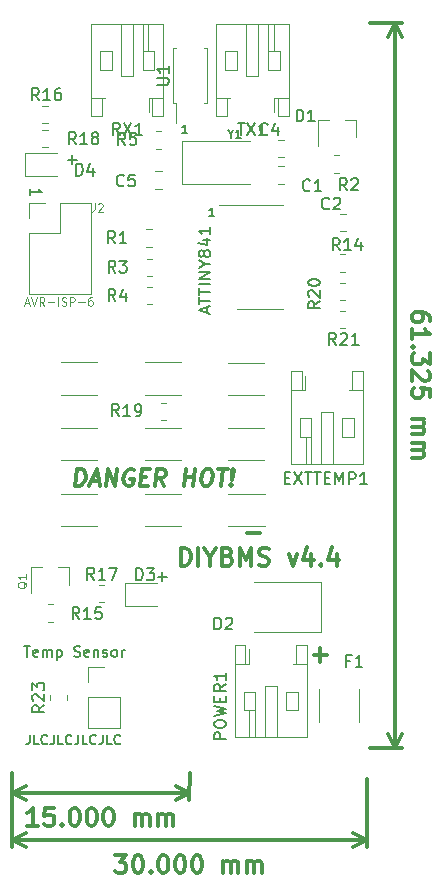
<source format=gbr>
G04 #@! TF.GenerationSoftware,KiCad,Pcbnew,(5.1.5)-3*
G04 #@! TF.CreationDate,2021-03-03T16:36:27+00:00*
G04 #@! TF.ProjectId,ModuleV440,4d6f6475-6c65-4563-9434-302e6b696361,rev?*
G04 #@! TF.SameCoordinates,Original*
G04 #@! TF.FileFunction,Legend,Top*
G04 #@! TF.FilePolarity,Positive*
%FSLAX46Y46*%
G04 Gerber Fmt 4.6, Leading zero omitted, Abs format (unit mm)*
G04 Created by KiCad (PCBNEW (5.1.5)-3) date 2021-03-03 16:36:27*
%MOMM*%
%LPD*%
G04 APERTURE LIST*
%ADD10C,0.150000*%
%ADD11C,0.200000*%
%ADD12C,0.300000*%
%ADD13C,0.175000*%
%ADD14C,0.350000*%
%ADD15C,0.120000*%
%ADD16C,0.100000*%
G04 APERTURE END LIST*
D10*
X103360576Y-108209504D02*
X103360576Y-108780933D01*
X103322480Y-108895219D01*
X103246290Y-108971409D01*
X103132004Y-109009504D01*
X103055814Y-109009504D01*
X104122480Y-109009504D02*
X103741528Y-109009504D01*
X103741528Y-108209504D01*
X104846290Y-108933314D02*
X104808195Y-108971409D01*
X104693909Y-109009504D01*
X104617719Y-109009504D01*
X104503433Y-108971409D01*
X104427242Y-108895219D01*
X104389147Y-108819028D01*
X104351052Y-108666647D01*
X104351052Y-108552361D01*
X104389147Y-108399980D01*
X104427242Y-108323790D01*
X104503433Y-108247600D01*
X104617719Y-108209504D01*
X104693909Y-108209504D01*
X104808195Y-108247600D01*
X104846290Y-108285695D01*
X105417719Y-108209504D02*
X105417719Y-108780933D01*
X105379623Y-108895219D01*
X105303433Y-108971409D01*
X105189147Y-109009504D01*
X105112957Y-109009504D01*
X106179623Y-109009504D02*
X105798671Y-109009504D01*
X105798671Y-108209504D01*
X106903433Y-108933314D02*
X106865338Y-108971409D01*
X106751052Y-109009504D01*
X106674861Y-109009504D01*
X106560576Y-108971409D01*
X106484385Y-108895219D01*
X106446290Y-108819028D01*
X106408195Y-108666647D01*
X106408195Y-108552361D01*
X106446290Y-108399980D01*
X106484385Y-108323790D01*
X106560576Y-108247600D01*
X106674861Y-108209504D01*
X106751052Y-108209504D01*
X106865338Y-108247600D01*
X106903433Y-108285695D01*
X107474861Y-108209504D02*
X107474861Y-108780933D01*
X107436766Y-108895219D01*
X107360576Y-108971409D01*
X107246290Y-109009504D01*
X107170100Y-109009504D01*
X108236766Y-109009504D02*
X107855814Y-109009504D01*
X107855814Y-108209504D01*
X108960576Y-108933314D02*
X108922480Y-108971409D01*
X108808195Y-109009504D01*
X108732004Y-109009504D01*
X108617719Y-108971409D01*
X108541528Y-108895219D01*
X108503433Y-108819028D01*
X108465338Y-108666647D01*
X108465338Y-108552361D01*
X108503433Y-108399980D01*
X108541528Y-108323790D01*
X108617719Y-108247600D01*
X108732004Y-108209504D01*
X108808195Y-108209504D01*
X108922480Y-108247600D01*
X108960576Y-108285695D01*
X109532004Y-108209504D02*
X109532004Y-108780933D01*
X109493909Y-108895219D01*
X109417719Y-108971409D01*
X109303433Y-109009504D01*
X109227242Y-109009504D01*
X110293909Y-109009504D02*
X109912957Y-109009504D01*
X109912957Y-108209504D01*
X111017719Y-108933314D02*
X110979623Y-108971409D01*
X110865338Y-109009504D01*
X110789147Y-109009504D01*
X110674861Y-108971409D01*
X110598671Y-108895219D01*
X110560576Y-108819028D01*
X110522480Y-108666647D01*
X110522480Y-108552361D01*
X110560576Y-108399980D01*
X110598671Y-108323790D01*
X110674861Y-108247600D01*
X110789147Y-108209504D01*
X110865338Y-108209504D01*
X110979623Y-108247600D01*
X111017719Y-108285695D01*
D11*
X114586171Y-94426647D02*
X114586171Y-95188552D01*
X114205219Y-94807600D02*
X114967123Y-94807600D01*
X106946171Y-59126647D02*
X106946171Y-59888552D01*
X106565219Y-59507600D02*
X107327123Y-59507600D01*
D10*
X102875814Y-100694742D02*
X103390100Y-100694742D01*
X103132957Y-101594742D02*
X103132957Y-100694742D01*
X104032957Y-101551885D02*
X103947242Y-101594742D01*
X103775814Y-101594742D01*
X103690100Y-101551885D01*
X103647242Y-101466171D01*
X103647242Y-101123314D01*
X103690100Y-101037600D01*
X103775814Y-100994742D01*
X103947242Y-100994742D01*
X104032957Y-101037600D01*
X104075814Y-101123314D01*
X104075814Y-101209028D01*
X103647242Y-101294742D01*
X104461528Y-101594742D02*
X104461528Y-100994742D01*
X104461528Y-101080457D02*
X104504385Y-101037600D01*
X104590100Y-100994742D01*
X104718671Y-100994742D01*
X104804385Y-101037600D01*
X104847242Y-101123314D01*
X104847242Y-101594742D01*
X104847242Y-101123314D02*
X104890100Y-101037600D01*
X104975814Y-100994742D01*
X105104385Y-100994742D01*
X105190100Y-101037600D01*
X105232957Y-101123314D01*
X105232957Y-101594742D01*
X105661528Y-100994742D02*
X105661528Y-101894742D01*
X105661528Y-101037600D02*
X105747242Y-100994742D01*
X105918671Y-100994742D01*
X106004385Y-101037600D01*
X106047242Y-101080457D01*
X106090100Y-101166171D01*
X106090100Y-101423314D01*
X106047242Y-101509028D01*
X106004385Y-101551885D01*
X105918671Y-101594742D01*
X105747242Y-101594742D01*
X105661528Y-101551885D01*
X107118671Y-101551885D02*
X107247242Y-101594742D01*
X107461528Y-101594742D01*
X107547242Y-101551885D01*
X107590100Y-101509028D01*
X107632957Y-101423314D01*
X107632957Y-101337600D01*
X107590100Y-101251885D01*
X107547242Y-101209028D01*
X107461528Y-101166171D01*
X107290100Y-101123314D01*
X107204385Y-101080457D01*
X107161528Y-101037600D01*
X107118671Y-100951885D01*
X107118671Y-100866171D01*
X107161528Y-100780457D01*
X107204385Y-100737600D01*
X107290100Y-100694742D01*
X107504385Y-100694742D01*
X107632957Y-100737600D01*
X108361528Y-101551885D02*
X108275814Y-101594742D01*
X108104385Y-101594742D01*
X108018671Y-101551885D01*
X107975814Y-101466171D01*
X107975814Y-101123314D01*
X108018671Y-101037600D01*
X108104385Y-100994742D01*
X108275814Y-100994742D01*
X108361528Y-101037600D01*
X108404385Y-101123314D01*
X108404385Y-101209028D01*
X107975814Y-101294742D01*
X108790100Y-100994742D02*
X108790100Y-101594742D01*
X108790100Y-101080457D02*
X108832957Y-101037600D01*
X108918671Y-100994742D01*
X109047242Y-100994742D01*
X109132957Y-101037600D01*
X109175814Y-101123314D01*
X109175814Y-101594742D01*
X109561528Y-101551885D02*
X109647242Y-101594742D01*
X109818671Y-101594742D01*
X109904385Y-101551885D01*
X109947242Y-101466171D01*
X109947242Y-101423314D01*
X109904385Y-101337600D01*
X109818671Y-101294742D01*
X109690100Y-101294742D01*
X109604385Y-101251885D01*
X109561528Y-101166171D01*
X109561528Y-101123314D01*
X109604385Y-101037600D01*
X109690100Y-100994742D01*
X109818671Y-100994742D01*
X109904385Y-101037600D01*
X110461528Y-101594742D02*
X110375814Y-101551885D01*
X110332957Y-101509028D01*
X110290100Y-101423314D01*
X110290100Y-101166171D01*
X110332957Y-101080457D01*
X110375814Y-101037600D01*
X110461528Y-100994742D01*
X110590100Y-100994742D01*
X110675814Y-101037600D01*
X110718671Y-101080457D01*
X110761528Y-101166171D01*
X110761528Y-101423314D01*
X110718671Y-101509028D01*
X110675814Y-101551885D01*
X110590100Y-101594742D01*
X110461528Y-101594742D01*
X111147242Y-101594742D02*
X111147242Y-100994742D01*
X111147242Y-101166171D02*
X111190100Y-101080457D01*
X111232957Y-101037600D01*
X111318671Y-100994742D01*
X111404385Y-100994742D01*
D12*
X104030833Y-115894738D02*
X103173691Y-115893310D01*
X103602262Y-115894024D02*
X103604762Y-114394026D01*
X103461548Y-114608074D01*
X103318453Y-114750692D01*
X103175477Y-114821883D01*
X105390474Y-114397002D02*
X104676189Y-114395812D01*
X104603570Y-115109978D01*
X104675118Y-115038668D01*
X104818094Y-114967478D01*
X105175236Y-114968073D01*
X105317974Y-115039740D01*
X105389284Y-115111287D01*
X105460474Y-115254263D01*
X105459879Y-115611405D01*
X105388212Y-115754143D01*
X105316665Y-115825453D01*
X105173689Y-115896643D01*
X104816546Y-115896048D01*
X104673808Y-115824381D01*
X104602499Y-115752834D01*
X106102497Y-115755334D02*
X106173806Y-115826881D01*
X106102259Y-115898191D01*
X106030949Y-115826643D01*
X106102497Y-115755334D01*
X106102259Y-115898191D01*
X107104757Y-114399860D02*
X107247614Y-114400098D01*
X107390352Y-114471764D01*
X107461662Y-114543312D01*
X107532852Y-114686288D01*
X107603804Y-114972121D01*
X107603209Y-115329263D01*
X107531304Y-115614858D01*
X107459638Y-115757596D01*
X107388090Y-115828905D01*
X107245114Y-115900096D01*
X107102257Y-115899857D01*
X106959520Y-115828191D01*
X106888210Y-115756643D01*
X106817020Y-115613667D01*
X106746067Y-115327834D01*
X106746663Y-114970692D01*
X106818567Y-114685097D01*
X106890234Y-114542359D01*
X106961781Y-114471050D01*
X107104757Y-114399860D01*
X108533327Y-114402240D02*
X108676184Y-114402479D01*
X108818922Y-114474145D01*
X108890231Y-114545693D01*
X108961422Y-114688669D01*
X109032374Y-114974502D01*
X109031779Y-115331644D01*
X108959874Y-115617239D01*
X108888207Y-115759977D01*
X108816660Y-115831286D01*
X108673684Y-115902477D01*
X108530827Y-115902238D01*
X108388089Y-115830572D01*
X108316780Y-115759024D01*
X108245589Y-115616048D01*
X108174637Y-115330215D01*
X108175232Y-114973073D01*
X108247137Y-114687478D01*
X108318803Y-114544740D01*
X108390351Y-114473431D01*
X108533327Y-114402240D01*
X109961896Y-114404621D02*
X110104753Y-114404860D01*
X110247491Y-114476526D01*
X110318801Y-114548074D01*
X110389991Y-114691050D01*
X110460943Y-114976883D01*
X110460348Y-115334025D01*
X110388443Y-115619620D01*
X110316777Y-115762358D01*
X110245229Y-115833667D01*
X110102253Y-115904857D01*
X109959396Y-115904619D01*
X109816658Y-115832953D01*
X109745349Y-115761405D01*
X109674159Y-115618429D01*
X109603206Y-115332596D01*
X109603802Y-114975454D01*
X109675706Y-114689859D01*
X109747373Y-114547121D01*
X109818920Y-114475812D01*
X109961896Y-114404621D01*
X112245107Y-115908429D02*
X112246774Y-114908430D01*
X112246536Y-115051287D02*
X112318084Y-114979978D01*
X112461060Y-114908787D01*
X112675345Y-114909145D01*
X112818083Y-114980811D01*
X112889273Y-115123787D01*
X112887964Y-115909500D01*
X112889273Y-115123787D02*
X112960940Y-114981049D01*
X113103916Y-114909859D01*
X113318201Y-114910216D01*
X113460939Y-114981883D01*
X113532129Y-115124859D01*
X113530820Y-115910572D01*
X114245105Y-115911762D02*
X114246771Y-114911764D01*
X114246533Y-115054621D02*
X114318081Y-114983311D01*
X114461057Y-114912121D01*
X114675342Y-114912478D01*
X114818080Y-114984144D01*
X114889270Y-115127120D01*
X114887961Y-115912834D01*
X114889270Y-115127120D02*
X114960937Y-114984383D01*
X115103913Y-114913192D01*
X115318198Y-114913549D01*
X115460936Y-114985216D01*
X115532127Y-115128192D01*
X115530817Y-115913905D01*
X101892600Y-113112600D02*
X116892600Y-113137600D01*
X101895392Y-111437602D02*
X101891623Y-113699020D01*
X116895392Y-111462602D02*
X116891623Y-113724020D01*
X116892600Y-113137600D02*
X115765120Y-113722142D01*
X116892600Y-113137600D02*
X115767075Y-112549303D01*
X101892600Y-113112600D02*
X103018125Y-113700897D01*
X101892600Y-113112600D02*
X103020080Y-112528058D01*
D13*
X118967600Y-64279266D02*
X118567600Y-64279266D01*
X118767600Y-64279266D02*
X118767600Y-63579266D01*
X118700933Y-63679266D01*
X118634266Y-63745933D01*
X118567600Y-63779266D01*
D12*
X127396171Y-101444742D02*
X128539028Y-101444742D01*
X127967600Y-102016171D02*
X127967600Y-100873314D01*
D13*
X116692600Y-57279266D02*
X116292600Y-57279266D01*
X116492600Y-57279266D02*
X116492600Y-56579266D01*
X116425933Y-56679266D01*
X116359266Y-56745933D01*
X116292600Y-56779266D01*
D12*
X107220308Y-87120933D02*
X107395308Y-85720933D01*
X107728641Y-85720933D01*
X107920308Y-85787600D01*
X108036975Y-85920933D01*
X108086975Y-86054266D01*
X108120308Y-86320933D01*
X108095308Y-86520933D01*
X107995308Y-86787600D01*
X107911975Y-86920933D01*
X107761975Y-87054266D01*
X107553641Y-87120933D01*
X107220308Y-87120933D01*
X108603641Y-86720933D02*
X109270308Y-86720933D01*
X108420308Y-87120933D02*
X109061975Y-85720933D01*
X109353641Y-87120933D01*
X109820308Y-87120933D02*
X109995308Y-85720933D01*
X110620308Y-87120933D01*
X110795308Y-85720933D01*
X112186975Y-85787600D02*
X112061975Y-85720933D01*
X111861975Y-85720933D01*
X111653641Y-85787600D01*
X111503641Y-85920933D01*
X111420308Y-86054266D01*
X111320308Y-86320933D01*
X111295308Y-86520933D01*
X111328641Y-86787600D01*
X111378641Y-86920933D01*
X111495308Y-87054266D01*
X111686975Y-87120933D01*
X111820308Y-87120933D01*
X112028641Y-87054266D01*
X112103641Y-86987600D01*
X112161975Y-86520933D01*
X111895308Y-86520933D01*
X112778641Y-86387600D02*
X113245308Y-86387600D01*
X113353641Y-87120933D02*
X112686975Y-87120933D01*
X112861975Y-85720933D01*
X113528641Y-85720933D01*
X114753641Y-87120933D02*
X114370308Y-86454266D01*
X113953641Y-87120933D02*
X114128641Y-85720933D01*
X114661975Y-85720933D01*
X114786975Y-85787600D01*
X114845308Y-85854266D01*
X114895308Y-85987600D01*
X114870308Y-86187600D01*
X114786975Y-86320933D01*
X114711975Y-86387600D01*
X114570308Y-86454266D01*
X114036975Y-86454266D01*
X116420308Y-87120933D02*
X116595308Y-85720933D01*
X116511975Y-86387600D02*
X117311975Y-86387600D01*
X117220308Y-87120933D02*
X117395308Y-85720933D01*
X118328641Y-85720933D02*
X118595308Y-85720933D01*
X118720308Y-85787600D01*
X118836975Y-85920933D01*
X118870308Y-86187600D01*
X118811975Y-86654266D01*
X118711975Y-86920933D01*
X118561975Y-87054266D01*
X118420308Y-87120933D01*
X118153641Y-87120933D01*
X118028641Y-87054266D01*
X117911975Y-86920933D01*
X117878641Y-86654266D01*
X117936975Y-86187600D01*
X118036975Y-85920933D01*
X118186975Y-85787600D01*
X118328641Y-85720933D01*
X119328641Y-85720933D02*
X120128641Y-85720933D01*
X119553641Y-87120933D02*
X119728641Y-85720933D01*
X120436975Y-86987600D02*
X120495308Y-87054266D01*
X120420308Y-87120933D01*
X120361975Y-87054266D01*
X120436975Y-86987600D01*
X120420308Y-87120933D01*
X120486975Y-86587600D02*
X120520308Y-85787600D01*
X120595308Y-85720933D01*
X120653641Y-85787600D01*
X120486975Y-86587600D01*
X120595308Y-85720933D01*
D11*
X103395219Y-62533314D02*
X103395219Y-61961885D01*
X103395219Y-62247600D02*
X104395219Y-62247600D01*
X104252361Y-62152361D01*
X104157123Y-62057123D01*
X104109504Y-61961885D01*
D14*
X116137242Y-93866171D02*
X116137242Y-92366171D01*
X116494385Y-92366171D01*
X116708671Y-92437600D01*
X116851528Y-92580457D01*
X116922957Y-92723314D01*
X116994385Y-93009028D01*
X116994385Y-93223314D01*
X116922957Y-93509028D01*
X116851528Y-93651885D01*
X116708671Y-93794742D01*
X116494385Y-93866171D01*
X116137242Y-93866171D01*
X117637242Y-93866171D02*
X117637242Y-92366171D01*
X118637242Y-93151885D02*
X118637242Y-93866171D01*
X118137242Y-92366171D02*
X118637242Y-93151885D01*
X119137242Y-92366171D01*
X120137242Y-93080457D02*
X120351528Y-93151885D01*
X120422957Y-93223314D01*
X120494385Y-93366171D01*
X120494385Y-93580457D01*
X120422957Y-93723314D01*
X120351528Y-93794742D01*
X120208671Y-93866171D01*
X119637242Y-93866171D01*
X119637242Y-92366171D01*
X120137242Y-92366171D01*
X120280100Y-92437600D01*
X120351528Y-92509028D01*
X120422957Y-92651885D01*
X120422957Y-92794742D01*
X120351528Y-92937600D01*
X120280100Y-93009028D01*
X120137242Y-93080457D01*
X119637242Y-93080457D01*
X121137242Y-93866171D02*
X121137242Y-92366171D01*
X121637242Y-93437600D01*
X122137242Y-92366171D01*
X122137242Y-93866171D01*
X122780100Y-93794742D02*
X122994385Y-93866171D01*
X123351528Y-93866171D01*
X123494385Y-93794742D01*
X123565814Y-93723314D01*
X123637242Y-93580457D01*
X123637242Y-93437600D01*
X123565814Y-93294742D01*
X123494385Y-93223314D01*
X123351528Y-93151885D01*
X123065814Y-93080457D01*
X122922957Y-93009028D01*
X122851528Y-92937600D01*
X122780100Y-92794742D01*
X122780100Y-92651885D01*
X122851528Y-92509028D01*
X122922957Y-92437600D01*
X123065814Y-92366171D01*
X123422957Y-92366171D01*
X123637242Y-92437600D01*
X125280100Y-92866171D02*
X125637242Y-93866171D01*
X125994385Y-92866171D01*
X127208671Y-92866171D02*
X127208671Y-93866171D01*
X126851528Y-92294742D02*
X126494385Y-93366171D01*
X127422957Y-93366171D01*
X127994385Y-93723314D02*
X128065814Y-93794742D01*
X127994385Y-93866171D01*
X127922957Y-93794742D01*
X127994385Y-93723314D01*
X127994385Y-93866171D01*
X129351528Y-92866171D02*
X129351528Y-93866171D01*
X128994385Y-92294742D02*
X128637242Y-93366171D01*
X129565814Y-93366171D01*
D12*
X122889028Y-91130457D02*
X121746171Y-91130457D01*
X110606885Y-118391171D02*
X111535457Y-118391171D01*
X111035457Y-118962600D01*
X111249742Y-118962600D01*
X111392600Y-119034028D01*
X111464028Y-119105457D01*
X111535457Y-119248314D01*
X111535457Y-119605457D01*
X111464028Y-119748314D01*
X111392600Y-119819742D01*
X111249742Y-119891171D01*
X110821171Y-119891171D01*
X110678314Y-119819742D01*
X110606885Y-119748314D01*
X112464028Y-118391171D02*
X112606885Y-118391171D01*
X112749742Y-118462600D01*
X112821171Y-118534028D01*
X112892600Y-118676885D01*
X112964028Y-118962600D01*
X112964028Y-119319742D01*
X112892600Y-119605457D01*
X112821171Y-119748314D01*
X112749742Y-119819742D01*
X112606885Y-119891171D01*
X112464028Y-119891171D01*
X112321171Y-119819742D01*
X112249742Y-119748314D01*
X112178314Y-119605457D01*
X112106885Y-119319742D01*
X112106885Y-118962600D01*
X112178314Y-118676885D01*
X112249742Y-118534028D01*
X112321171Y-118462600D01*
X112464028Y-118391171D01*
X113606885Y-119748314D02*
X113678314Y-119819742D01*
X113606885Y-119891171D01*
X113535457Y-119819742D01*
X113606885Y-119748314D01*
X113606885Y-119891171D01*
X114606885Y-118391171D02*
X114749742Y-118391171D01*
X114892600Y-118462600D01*
X114964028Y-118534028D01*
X115035457Y-118676885D01*
X115106885Y-118962600D01*
X115106885Y-119319742D01*
X115035457Y-119605457D01*
X114964028Y-119748314D01*
X114892600Y-119819742D01*
X114749742Y-119891171D01*
X114606885Y-119891171D01*
X114464028Y-119819742D01*
X114392600Y-119748314D01*
X114321171Y-119605457D01*
X114249742Y-119319742D01*
X114249742Y-118962600D01*
X114321171Y-118676885D01*
X114392600Y-118534028D01*
X114464028Y-118462600D01*
X114606885Y-118391171D01*
X116035457Y-118391171D02*
X116178314Y-118391171D01*
X116321171Y-118462600D01*
X116392600Y-118534028D01*
X116464028Y-118676885D01*
X116535457Y-118962600D01*
X116535457Y-119319742D01*
X116464028Y-119605457D01*
X116392600Y-119748314D01*
X116321171Y-119819742D01*
X116178314Y-119891171D01*
X116035457Y-119891171D01*
X115892600Y-119819742D01*
X115821171Y-119748314D01*
X115749742Y-119605457D01*
X115678314Y-119319742D01*
X115678314Y-118962600D01*
X115749742Y-118676885D01*
X115821171Y-118534028D01*
X115892600Y-118462600D01*
X116035457Y-118391171D01*
X117464028Y-118391171D02*
X117606885Y-118391171D01*
X117749742Y-118462600D01*
X117821171Y-118534028D01*
X117892600Y-118676885D01*
X117964028Y-118962600D01*
X117964028Y-119319742D01*
X117892600Y-119605457D01*
X117821171Y-119748314D01*
X117749742Y-119819742D01*
X117606885Y-119891171D01*
X117464028Y-119891171D01*
X117321171Y-119819742D01*
X117249742Y-119748314D01*
X117178314Y-119605457D01*
X117106885Y-119319742D01*
X117106885Y-118962600D01*
X117178314Y-118676885D01*
X117249742Y-118534028D01*
X117321171Y-118462600D01*
X117464028Y-118391171D01*
X119749742Y-119891171D02*
X119749742Y-118891171D01*
X119749742Y-119034028D02*
X119821171Y-118962600D01*
X119964028Y-118891171D01*
X120178314Y-118891171D01*
X120321171Y-118962600D01*
X120392600Y-119105457D01*
X120392600Y-119891171D01*
X120392600Y-119105457D02*
X120464028Y-118962600D01*
X120606885Y-118891171D01*
X120821171Y-118891171D01*
X120964028Y-118962600D01*
X121035457Y-119105457D01*
X121035457Y-119891171D01*
X121749742Y-119891171D02*
X121749742Y-118891171D01*
X121749742Y-119034028D02*
X121821171Y-118962600D01*
X121964028Y-118891171D01*
X122178314Y-118891171D01*
X122321171Y-118962600D01*
X122392600Y-119105457D01*
X122392600Y-119891171D01*
X122392600Y-119105457D02*
X122464028Y-118962600D01*
X122606885Y-118891171D01*
X122821171Y-118891171D01*
X122964028Y-118962600D01*
X123035457Y-119105457D01*
X123035457Y-119891171D01*
X101892600Y-117112600D02*
X131892600Y-117112600D01*
X101892600Y-111937600D02*
X101892600Y-117699021D01*
X131892600Y-111937600D02*
X131892600Y-117699021D01*
X131892600Y-117112600D02*
X130766096Y-117699021D01*
X131892600Y-117112600D02*
X130766096Y-116526179D01*
X101892600Y-117112600D02*
X103019104Y-117699021D01*
X101892600Y-117112600D02*
X103019104Y-116526179D01*
X137239028Y-73125100D02*
X137239028Y-72839385D01*
X137167600Y-72696528D01*
X137096171Y-72625100D01*
X136881885Y-72482242D01*
X136596171Y-72410814D01*
X136024742Y-72410814D01*
X135881885Y-72482242D01*
X135810457Y-72553671D01*
X135739028Y-72696528D01*
X135739028Y-72982242D01*
X135810457Y-73125100D01*
X135881885Y-73196528D01*
X136024742Y-73267957D01*
X136381885Y-73267957D01*
X136524742Y-73196528D01*
X136596171Y-73125100D01*
X136667600Y-72982242D01*
X136667600Y-72696528D01*
X136596171Y-72553671D01*
X136524742Y-72482242D01*
X136381885Y-72410814D01*
X135739028Y-74696528D02*
X135739028Y-73839385D01*
X135739028Y-74267957D02*
X137239028Y-74267957D01*
X137024742Y-74125100D01*
X136881885Y-73982242D01*
X136810457Y-73839385D01*
X135881885Y-75339385D02*
X135810457Y-75410814D01*
X135739028Y-75339385D01*
X135810457Y-75267957D01*
X135881885Y-75339385D01*
X135739028Y-75339385D01*
X137239028Y-75910814D02*
X137239028Y-76839385D01*
X136667600Y-76339385D01*
X136667600Y-76553671D01*
X136596171Y-76696528D01*
X136524742Y-76767957D01*
X136381885Y-76839385D01*
X136024742Y-76839385D01*
X135881885Y-76767957D01*
X135810457Y-76696528D01*
X135739028Y-76553671D01*
X135739028Y-76125100D01*
X135810457Y-75982242D01*
X135881885Y-75910814D01*
X137096171Y-77410814D02*
X137167600Y-77482242D01*
X137239028Y-77625100D01*
X137239028Y-77982242D01*
X137167600Y-78125100D01*
X137096171Y-78196528D01*
X136953314Y-78267957D01*
X136810457Y-78267957D01*
X136596171Y-78196528D01*
X135739028Y-77339385D01*
X135739028Y-78267957D01*
X137239028Y-79625100D02*
X137239028Y-78910814D01*
X136524742Y-78839385D01*
X136596171Y-78910814D01*
X136667600Y-79053671D01*
X136667600Y-79410814D01*
X136596171Y-79553671D01*
X136524742Y-79625100D01*
X136381885Y-79696528D01*
X136024742Y-79696528D01*
X135881885Y-79625100D01*
X135810457Y-79553671D01*
X135739028Y-79410814D01*
X135739028Y-79053671D01*
X135810457Y-78910814D01*
X135881885Y-78839385D01*
X135739028Y-81482242D02*
X136739028Y-81482242D01*
X136596171Y-81482242D02*
X136667600Y-81553671D01*
X136739028Y-81696528D01*
X136739028Y-81910814D01*
X136667600Y-82053671D01*
X136524742Y-82125100D01*
X135739028Y-82125100D01*
X136524742Y-82125100D02*
X136667600Y-82196528D01*
X136739028Y-82339385D01*
X136739028Y-82553671D01*
X136667600Y-82696528D01*
X136524742Y-82767957D01*
X135739028Y-82767957D01*
X135739028Y-83482242D02*
X136739028Y-83482242D01*
X136596171Y-83482242D02*
X136667600Y-83553671D01*
X136739028Y-83696528D01*
X136739028Y-83910814D01*
X136667600Y-84053671D01*
X136524742Y-84125100D01*
X135739028Y-84125100D01*
X136524742Y-84125100D02*
X136667600Y-84196528D01*
X136739028Y-84339385D01*
X136739028Y-84553671D01*
X136667600Y-84696528D01*
X136524742Y-84767957D01*
X135739028Y-84767957D01*
X134317600Y-47962600D02*
X134317600Y-109287600D01*
X132217600Y-47962600D02*
X134904021Y-47962600D01*
X132217600Y-109287600D02*
X134904021Y-109287600D01*
X134317600Y-109287600D02*
X133731179Y-108161096D01*
X134317600Y-109287600D02*
X134904021Y-108161096D01*
X134317600Y-47962600D02*
X133731179Y-49089104D01*
X134317600Y-47962600D02*
X134904021Y-49089104D01*
D15*
X123194664Y-76727600D02*
X120140536Y-76727600D01*
X123194664Y-79447600D02*
X120140536Y-79447600D01*
X113090536Y-79397600D02*
X116144664Y-79397600D01*
X113090536Y-76677600D02*
X116144664Y-76677600D01*
X120140536Y-84972600D02*
X123194664Y-84972600D01*
X120140536Y-82252600D02*
X123194664Y-82252600D01*
X116144664Y-82252600D02*
X113090536Y-82252600D01*
X116144664Y-84972600D02*
X113090536Y-84972600D01*
X123244664Y-87827600D02*
X120190536Y-87827600D01*
X123244664Y-90547600D02*
X120190536Y-90547600D01*
X113115536Y-90547600D02*
X116169664Y-90547600D01*
X113115536Y-87827600D02*
X116169664Y-87827600D01*
X109094664Y-76677600D02*
X106040536Y-76677600D01*
X109094664Y-79397600D02*
X106040536Y-79397600D01*
X106040536Y-84972600D02*
X109094664Y-84972600D01*
X106040536Y-82252600D02*
X109094664Y-82252600D01*
X109094664Y-87827600D02*
X106040536Y-87827600D01*
X109094664Y-90547600D02*
X106040536Y-90547600D01*
X115747600Y-54697600D02*
X115747600Y-56387600D01*
X115532600Y-54697600D02*
X115747600Y-54697600D01*
X115532600Y-52387600D02*
X115532600Y-54697600D01*
X115532600Y-50077600D02*
X115747600Y-50077600D01*
X115532600Y-52387600D02*
X115532600Y-50077600D01*
X118352600Y-54697600D02*
X118137600Y-54697600D01*
X118352600Y-52387600D02*
X118352600Y-54697600D01*
X118352600Y-50077600D02*
X118137600Y-50077600D01*
X118352600Y-52387600D02*
X118352600Y-50077600D01*
X124077600Y-54247600D02*
X124077600Y-55462600D01*
X124017600Y-50287600D02*
X124017600Y-48027600D01*
X123517600Y-50287600D02*
X123517600Y-48027600D01*
X120917600Y-51887600D02*
X119917600Y-51887600D01*
X120917600Y-50287600D02*
X120917600Y-51887600D01*
X119917600Y-50287600D02*
X120917600Y-50287600D01*
X119917600Y-51887600D02*
X119917600Y-50287600D01*
X123517600Y-51887600D02*
X124517600Y-51887600D01*
X123517600Y-50287600D02*
X123517600Y-51887600D01*
X124517600Y-50287600D02*
X123517600Y-50287600D01*
X124517600Y-51887600D02*
X124517600Y-50287600D01*
X119157600Y-54247600D02*
X120077600Y-54247600D01*
X125277600Y-54247600D02*
X124357600Y-54247600D01*
X121717600Y-52387600D02*
X121717600Y-48027600D01*
X122717600Y-52387600D02*
X121717600Y-52387600D01*
X122717600Y-48027600D02*
X122717600Y-52387600D01*
X120077600Y-54247600D02*
X120357600Y-54247600D01*
X120077600Y-55847600D02*
X120077600Y-54247600D01*
X119157600Y-55847600D02*
X120077600Y-55847600D01*
X119157600Y-48027600D02*
X119157600Y-55847600D01*
X125277600Y-48027600D02*
X119157600Y-48027600D01*
X125277600Y-55847600D02*
X125277600Y-48027600D01*
X124357600Y-55847600D02*
X125277600Y-55847600D01*
X124357600Y-54247600D02*
X124357600Y-55847600D01*
X124077600Y-54247600D02*
X124357600Y-54247600D01*
X113477600Y-54247600D02*
X113477600Y-55462600D01*
X113417600Y-50287600D02*
X113417600Y-48027600D01*
X112917600Y-50287600D02*
X112917600Y-48027600D01*
X110317600Y-51887600D02*
X109317600Y-51887600D01*
X110317600Y-50287600D02*
X110317600Y-51887600D01*
X109317600Y-50287600D02*
X110317600Y-50287600D01*
X109317600Y-51887600D02*
X109317600Y-50287600D01*
X112917600Y-51887600D02*
X113917600Y-51887600D01*
X112917600Y-50287600D02*
X112917600Y-51887600D01*
X113917600Y-50287600D02*
X112917600Y-50287600D01*
X113917600Y-51887600D02*
X113917600Y-50287600D01*
X108557600Y-54247600D02*
X109477600Y-54247600D01*
X114677600Y-54247600D02*
X113757600Y-54247600D01*
X111117600Y-52387600D02*
X111117600Y-48027600D01*
X112117600Y-52387600D02*
X111117600Y-52387600D01*
X112117600Y-48027600D02*
X112117600Y-52387600D01*
X109477600Y-54247600D02*
X109757600Y-54247600D01*
X109477600Y-55847600D02*
X109477600Y-54247600D01*
X108557600Y-55847600D02*
X109477600Y-55847600D01*
X108557600Y-48027600D02*
X108557600Y-55847600D01*
X114677600Y-48027600D02*
X108557600Y-48027600D01*
X114677600Y-55847600D02*
X114677600Y-48027600D01*
X113757600Y-55847600D02*
X114677600Y-55847600D01*
X113757600Y-54247600D02*
X113757600Y-55847600D01*
X113477600Y-54247600D02*
X113757600Y-54247600D01*
X108337600Y-102432600D02*
X109667600Y-102432600D01*
X108337600Y-103762600D02*
X108337600Y-102432600D01*
X108337600Y-105032600D02*
X110997600Y-105032600D01*
X110997600Y-105032600D02*
X110997600Y-107632600D01*
X108337600Y-105032600D02*
X108337600Y-107632600D01*
X108337600Y-107632600D02*
X110997600Y-107632600D01*
X128017600Y-99537600D02*
X122317600Y-99537600D01*
X128017600Y-95237600D02*
X122317600Y-95237600D01*
X128017600Y-99537600D02*
X128017600Y-95237600D01*
X106522600Y-105284664D02*
X106522600Y-104830536D01*
X105052600Y-105284664D02*
X105052600Y-104830536D01*
X129615536Y-73797600D02*
X130069664Y-73797600D01*
X129615536Y-72327600D02*
X130069664Y-72327600D01*
X129615536Y-71397600D02*
X130069664Y-71397600D01*
X129615536Y-69927600D02*
X130069664Y-69927600D01*
X114944664Y-80102600D02*
X114490536Y-80102600D01*
X114944664Y-81572600D02*
X114490536Y-81572600D01*
X104894664Y-56977600D02*
X104440536Y-56977600D01*
X104894664Y-58447600D02*
X104440536Y-58447600D01*
X109240536Y-96992600D02*
X109694664Y-96992600D01*
X109240536Y-95522600D02*
X109694664Y-95522600D01*
X104894664Y-54952600D02*
X104440536Y-54952600D01*
X104894664Y-56422600D02*
X104440536Y-56422600D01*
X104890536Y-98622600D02*
X105344664Y-98622600D01*
X104890536Y-97152600D02*
X105344664Y-97152600D01*
X129615536Y-68997600D02*
X130069664Y-68997600D01*
X129615536Y-67527600D02*
X130069664Y-67527600D01*
X114015536Y-58572600D02*
X114469664Y-58572600D01*
X114015536Y-57102600D02*
X114469664Y-57102600D01*
X113265536Y-71747600D02*
X113719664Y-71747600D01*
X113265536Y-70277600D02*
X113719664Y-70277600D01*
X113265536Y-69347600D02*
X113719664Y-69347600D01*
X113265536Y-67877600D02*
X113719664Y-67877600D01*
X129110536Y-60612600D02*
X129564664Y-60612600D01*
X129110536Y-59142600D02*
X129564664Y-59142600D01*
X113240536Y-66862600D02*
X113694664Y-66862600D01*
X113240536Y-65392600D02*
X113694664Y-65392600D01*
X121907600Y-102177600D02*
X121907600Y-100962600D01*
X121967600Y-106137600D02*
X121967600Y-108397600D01*
X122467600Y-106137600D02*
X122467600Y-108397600D01*
X125067600Y-104537600D02*
X126067600Y-104537600D01*
X125067600Y-106137600D02*
X125067600Y-104537600D01*
X126067600Y-106137600D02*
X125067600Y-106137600D01*
X126067600Y-104537600D02*
X126067600Y-106137600D01*
X122467600Y-104537600D02*
X121467600Y-104537600D01*
X122467600Y-106137600D02*
X122467600Y-104537600D01*
X121467600Y-106137600D02*
X122467600Y-106137600D01*
X121467600Y-104537600D02*
X121467600Y-106137600D01*
X126827600Y-102177600D02*
X125907600Y-102177600D01*
X120707600Y-102177600D02*
X121627600Y-102177600D01*
X124267600Y-104037600D02*
X124267600Y-108397600D01*
X123267600Y-104037600D02*
X124267600Y-104037600D01*
X123267600Y-108397600D02*
X123267600Y-104037600D01*
X125907600Y-102177600D02*
X125627600Y-102177600D01*
X125907600Y-100577600D02*
X125907600Y-102177600D01*
X126827600Y-100577600D02*
X125907600Y-100577600D01*
X126827600Y-108397600D02*
X126827600Y-100577600D01*
X120707600Y-108397600D02*
X126827600Y-108397600D01*
X120707600Y-100577600D02*
X120707600Y-108397600D01*
X121627600Y-100577600D02*
X120707600Y-100577600D01*
X121627600Y-102177600D02*
X121627600Y-100577600D01*
X121907600Y-102177600D02*
X121627600Y-102177600D01*
X127857600Y-104301348D02*
X127857600Y-107073852D01*
X131277600Y-104301348D02*
X131277600Y-107073852D01*
X126657600Y-79027600D02*
X126657600Y-77812600D01*
X126717600Y-82987600D02*
X126717600Y-85247600D01*
X127217600Y-82987600D02*
X127217600Y-85247600D01*
X129817600Y-81387600D02*
X130817600Y-81387600D01*
X129817600Y-82987600D02*
X129817600Y-81387600D01*
X130817600Y-82987600D02*
X129817600Y-82987600D01*
X130817600Y-81387600D02*
X130817600Y-82987600D01*
X127217600Y-81387600D02*
X126217600Y-81387600D01*
X127217600Y-82987600D02*
X127217600Y-81387600D01*
X126217600Y-82987600D02*
X127217600Y-82987600D01*
X126217600Y-81387600D02*
X126217600Y-82987600D01*
X131577600Y-79027600D02*
X130657600Y-79027600D01*
X125457600Y-79027600D02*
X126377600Y-79027600D01*
X129017600Y-80887600D02*
X129017600Y-85247600D01*
X128017600Y-80887600D02*
X129017600Y-80887600D01*
X128017600Y-85247600D02*
X128017600Y-80887600D01*
X130657600Y-79027600D02*
X130377600Y-79027600D01*
X130657600Y-77427600D02*
X130657600Y-79027600D01*
X131577600Y-77427600D02*
X130657600Y-77427600D01*
X131577600Y-85247600D02*
X131577600Y-77427600D01*
X125457600Y-85247600D02*
X131577600Y-85247600D01*
X125457600Y-77427600D02*
X125457600Y-85247600D01*
X126377600Y-77427600D02*
X125457600Y-77427600D01*
X126377600Y-79027600D02*
X126377600Y-77427600D01*
X126657600Y-79027600D02*
X126377600Y-79027600D01*
X103007600Y-60847600D02*
X105692600Y-60847600D01*
X103007600Y-58927600D02*
X103007600Y-60847600D01*
X105692600Y-58927600D02*
X103007600Y-58927600D01*
X111432600Y-97262600D02*
X114117600Y-97262600D01*
X111432600Y-95342600D02*
X111432600Y-97262600D01*
X114117600Y-95342600D02*
X111432600Y-95342600D01*
X130957600Y-56167600D02*
X130957600Y-57627600D01*
X127797600Y-56167600D02*
X127797600Y-58327600D01*
X127797600Y-56167600D02*
X128727600Y-56167600D01*
X130957600Y-56167600D02*
X130027600Y-56167600D01*
X114523852Y-60492600D02*
X114001348Y-60492600D01*
X114523852Y-61962600D02*
X114001348Y-61962600D01*
X124381348Y-59297600D02*
X124903852Y-59297600D01*
X124381348Y-57827600D02*
X124903852Y-57827600D01*
X129601348Y-65572600D02*
X130123852Y-65572600D01*
X129601348Y-64102600D02*
X130123852Y-64102600D01*
X124366348Y-61532600D02*
X124888852Y-61532600D01*
X124366348Y-60062600D02*
X124888852Y-60062600D01*
X122867600Y-63302600D02*
X119417600Y-63302600D01*
X122867600Y-63302600D02*
X124817600Y-63302600D01*
X122867600Y-72172600D02*
X120917600Y-72172600D01*
X122867600Y-72172600D02*
X124817600Y-72172600D01*
X122037600Y-57942600D02*
X116287600Y-57942600D01*
X116287600Y-57942600D02*
X116287600Y-61542600D01*
X116287600Y-61542600D02*
X122037600Y-61542600D01*
X103312600Y-70872600D02*
X108512600Y-70872600D01*
X103312600Y-65732600D02*
X103312600Y-70872600D01*
X108512600Y-63132600D02*
X108512600Y-70872600D01*
X103312600Y-65732600D02*
X105912600Y-65732600D01*
X105912600Y-65732600D02*
X105912600Y-63132600D01*
X105912600Y-63132600D02*
X108512600Y-63132600D01*
X103312600Y-64462600D02*
X103312600Y-63132600D01*
X103312600Y-63132600D02*
X104642600Y-63132600D01*
X106672600Y-94027600D02*
X105742600Y-94027600D01*
X103512600Y-94027600D02*
X104442600Y-94027600D01*
X103512600Y-94027600D02*
X103512600Y-96187600D01*
X106672600Y-94027600D02*
X106672600Y-95487600D01*
D10*
X114144980Y-53149504D02*
X114954504Y-53149504D01*
X115049742Y-53101885D01*
X115097361Y-53054266D01*
X115144980Y-52959028D01*
X115144980Y-52768552D01*
X115097361Y-52673314D01*
X115049742Y-52625695D01*
X114954504Y-52578076D01*
X114144980Y-52578076D01*
X115144980Y-51578076D02*
X115144980Y-52149504D01*
X115144980Y-51863790D02*
X114144980Y-51863790D01*
X114287838Y-51959028D01*
X114383076Y-52054266D01*
X114430695Y-52149504D01*
X120979504Y-56389980D02*
X121550933Y-56389980D01*
X121265219Y-57389980D02*
X121265219Y-56389980D01*
X121789028Y-56389980D02*
X122455695Y-57389980D01*
X122455695Y-56389980D02*
X121789028Y-57389980D01*
X123360457Y-57389980D02*
X122789028Y-57389980D01*
X123074742Y-57389980D02*
X123074742Y-56389980D01*
X122979504Y-56532838D01*
X122884266Y-56628076D01*
X122789028Y-56675695D01*
X110974742Y-57389980D02*
X110641409Y-56913790D01*
X110403314Y-57389980D02*
X110403314Y-56389980D01*
X110784266Y-56389980D01*
X110879504Y-56437600D01*
X110927123Y-56485219D01*
X110974742Y-56580457D01*
X110974742Y-56723314D01*
X110927123Y-56818552D01*
X110879504Y-56866171D01*
X110784266Y-56913790D01*
X110403314Y-56913790D01*
X111308076Y-56389980D02*
X111974742Y-57389980D01*
X111974742Y-56389980D02*
X111308076Y-57389980D01*
X112879504Y-57389980D02*
X112308076Y-57389980D01*
X112593790Y-57389980D02*
X112593790Y-56389980D01*
X112498552Y-56532838D01*
X112403314Y-56628076D01*
X112308076Y-56675695D01*
X119009504Y-99269980D02*
X119009504Y-98269980D01*
X119247600Y-98269980D01*
X119390457Y-98317600D01*
X119485695Y-98412838D01*
X119533314Y-98508076D01*
X119580933Y-98698552D01*
X119580933Y-98841409D01*
X119533314Y-99031885D01*
X119485695Y-99127123D01*
X119390457Y-99222361D01*
X119247600Y-99269980D01*
X119009504Y-99269980D01*
X119961885Y-98365219D02*
X120009504Y-98317600D01*
X120104742Y-98269980D01*
X120342838Y-98269980D01*
X120438076Y-98317600D01*
X120485695Y-98365219D01*
X120533314Y-98460457D01*
X120533314Y-98555695D01*
X120485695Y-98698552D01*
X119914266Y-99269980D01*
X120533314Y-99269980D01*
X104589980Y-105700457D02*
X104113790Y-106033790D01*
X104589980Y-106271885D02*
X103589980Y-106271885D01*
X103589980Y-105890933D01*
X103637600Y-105795695D01*
X103685219Y-105748076D01*
X103780457Y-105700457D01*
X103923314Y-105700457D01*
X104018552Y-105748076D01*
X104066171Y-105795695D01*
X104113790Y-105890933D01*
X104113790Y-106271885D01*
X103685219Y-105319504D02*
X103637600Y-105271885D01*
X103589980Y-105176647D01*
X103589980Y-104938552D01*
X103637600Y-104843314D01*
X103685219Y-104795695D01*
X103780457Y-104748076D01*
X103875695Y-104748076D01*
X104018552Y-104795695D01*
X104589980Y-105367123D01*
X104589980Y-104748076D01*
X103589980Y-104414742D02*
X103589980Y-103795695D01*
X103970933Y-104129028D01*
X103970933Y-103986171D01*
X104018552Y-103890933D01*
X104066171Y-103843314D01*
X104161409Y-103795695D01*
X104399504Y-103795695D01*
X104494742Y-103843314D01*
X104542361Y-103890933D01*
X104589980Y-103986171D01*
X104589980Y-104271885D01*
X104542361Y-104367123D01*
X104494742Y-104414742D01*
X129299742Y-75189980D02*
X128966409Y-74713790D01*
X128728314Y-75189980D02*
X128728314Y-74189980D01*
X129109266Y-74189980D01*
X129204504Y-74237600D01*
X129252123Y-74285219D01*
X129299742Y-74380457D01*
X129299742Y-74523314D01*
X129252123Y-74618552D01*
X129204504Y-74666171D01*
X129109266Y-74713790D01*
X128728314Y-74713790D01*
X129680695Y-74285219D02*
X129728314Y-74237600D01*
X129823552Y-74189980D01*
X130061647Y-74189980D01*
X130156885Y-74237600D01*
X130204504Y-74285219D01*
X130252123Y-74380457D01*
X130252123Y-74475695D01*
X130204504Y-74618552D01*
X129633076Y-75189980D01*
X130252123Y-75189980D01*
X131204504Y-75189980D02*
X130633076Y-75189980D01*
X130918790Y-75189980D02*
X130918790Y-74189980D01*
X130823552Y-74332838D01*
X130728314Y-74428076D01*
X130633076Y-74475695D01*
X127939980Y-71510457D02*
X127463790Y-71843790D01*
X127939980Y-72081885D02*
X126939980Y-72081885D01*
X126939980Y-71700933D01*
X126987600Y-71605695D01*
X127035219Y-71558076D01*
X127130457Y-71510457D01*
X127273314Y-71510457D01*
X127368552Y-71558076D01*
X127416171Y-71605695D01*
X127463790Y-71700933D01*
X127463790Y-72081885D01*
X127035219Y-71129504D02*
X126987600Y-71081885D01*
X126939980Y-70986647D01*
X126939980Y-70748552D01*
X126987600Y-70653314D01*
X127035219Y-70605695D01*
X127130457Y-70558076D01*
X127225695Y-70558076D01*
X127368552Y-70605695D01*
X127939980Y-71177123D01*
X127939980Y-70558076D01*
X126939980Y-69939028D02*
X126939980Y-69843790D01*
X126987600Y-69748552D01*
X127035219Y-69700933D01*
X127130457Y-69653314D01*
X127320933Y-69605695D01*
X127559028Y-69605695D01*
X127749504Y-69653314D01*
X127844742Y-69700933D01*
X127892361Y-69748552D01*
X127939980Y-69843790D01*
X127939980Y-69939028D01*
X127892361Y-70034266D01*
X127844742Y-70081885D01*
X127749504Y-70129504D01*
X127559028Y-70177123D01*
X127320933Y-70177123D01*
X127130457Y-70129504D01*
X127035219Y-70081885D01*
X126987600Y-70034266D01*
X126939980Y-69939028D01*
X110924742Y-81214980D02*
X110591409Y-80738790D01*
X110353314Y-81214980D02*
X110353314Y-80214980D01*
X110734266Y-80214980D01*
X110829504Y-80262600D01*
X110877123Y-80310219D01*
X110924742Y-80405457D01*
X110924742Y-80548314D01*
X110877123Y-80643552D01*
X110829504Y-80691171D01*
X110734266Y-80738790D01*
X110353314Y-80738790D01*
X111877123Y-81214980D02*
X111305695Y-81214980D01*
X111591409Y-81214980D02*
X111591409Y-80214980D01*
X111496171Y-80357838D01*
X111400933Y-80453076D01*
X111305695Y-80500695D01*
X112353314Y-81214980D02*
X112543790Y-81214980D01*
X112639028Y-81167361D01*
X112686647Y-81119742D01*
X112781885Y-80976885D01*
X112829504Y-80786409D01*
X112829504Y-80405457D01*
X112781885Y-80310219D01*
X112734266Y-80262600D01*
X112639028Y-80214980D01*
X112448552Y-80214980D01*
X112353314Y-80262600D01*
X112305695Y-80310219D01*
X112258076Y-80405457D01*
X112258076Y-80643552D01*
X112305695Y-80738790D01*
X112353314Y-80786409D01*
X112448552Y-80834028D01*
X112639028Y-80834028D01*
X112734266Y-80786409D01*
X112781885Y-80738790D01*
X112829504Y-80643552D01*
X107274742Y-58189980D02*
X106941409Y-57713790D01*
X106703314Y-58189980D02*
X106703314Y-57189980D01*
X107084266Y-57189980D01*
X107179504Y-57237600D01*
X107227123Y-57285219D01*
X107274742Y-57380457D01*
X107274742Y-57523314D01*
X107227123Y-57618552D01*
X107179504Y-57666171D01*
X107084266Y-57713790D01*
X106703314Y-57713790D01*
X108227123Y-58189980D02*
X107655695Y-58189980D01*
X107941409Y-58189980D02*
X107941409Y-57189980D01*
X107846171Y-57332838D01*
X107750933Y-57428076D01*
X107655695Y-57475695D01*
X108798552Y-57618552D02*
X108703314Y-57570933D01*
X108655695Y-57523314D01*
X108608076Y-57428076D01*
X108608076Y-57380457D01*
X108655695Y-57285219D01*
X108703314Y-57237600D01*
X108798552Y-57189980D01*
X108989028Y-57189980D01*
X109084266Y-57237600D01*
X109131885Y-57285219D01*
X109179504Y-57380457D01*
X109179504Y-57428076D01*
X109131885Y-57523314D01*
X109084266Y-57570933D01*
X108989028Y-57618552D01*
X108798552Y-57618552D01*
X108703314Y-57666171D01*
X108655695Y-57713790D01*
X108608076Y-57809028D01*
X108608076Y-57999504D01*
X108655695Y-58094742D01*
X108703314Y-58142361D01*
X108798552Y-58189980D01*
X108989028Y-58189980D01*
X109084266Y-58142361D01*
X109131885Y-58094742D01*
X109179504Y-57999504D01*
X109179504Y-57809028D01*
X109131885Y-57713790D01*
X109084266Y-57666171D01*
X108989028Y-57618552D01*
X108824742Y-95059980D02*
X108491409Y-94583790D01*
X108253314Y-95059980D02*
X108253314Y-94059980D01*
X108634266Y-94059980D01*
X108729504Y-94107600D01*
X108777123Y-94155219D01*
X108824742Y-94250457D01*
X108824742Y-94393314D01*
X108777123Y-94488552D01*
X108729504Y-94536171D01*
X108634266Y-94583790D01*
X108253314Y-94583790D01*
X109777123Y-95059980D02*
X109205695Y-95059980D01*
X109491409Y-95059980D02*
X109491409Y-94059980D01*
X109396171Y-94202838D01*
X109300933Y-94298076D01*
X109205695Y-94345695D01*
X110110457Y-94059980D02*
X110777123Y-94059980D01*
X110348552Y-95059980D01*
X104149742Y-54464980D02*
X103816409Y-53988790D01*
X103578314Y-54464980D02*
X103578314Y-53464980D01*
X103959266Y-53464980D01*
X104054504Y-53512600D01*
X104102123Y-53560219D01*
X104149742Y-53655457D01*
X104149742Y-53798314D01*
X104102123Y-53893552D01*
X104054504Y-53941171D01*
X103959266Y-53988790D01*
X103578314Y-53988790D01*
X105102123Y-54464980D02*
X104530695Y-54464980D01*
X104816409Y-54464980D02*
X104816409Y-53464980D01*
X104721171Y-53607838D01*
X104625933Y-53703076D01*
X104530695Y-53750695D01*
X105959266Y-53464980D02*
X105768790Y-53464980D01*
X105673552Y-53512600D01*
X105625933Y-53560219D01*
X105530695Y-53703076D01*
X105483076Y-53893552D01*
X105483076Y-54274504D01*
X105530695Y-54369742D01*
X105578314Y-54417361D01*
X105673552Y-54464980D01*
X105864028Y-54464980D01*
X105959266Y-54417361D01*
X106006885Y-54369742D01*
X106054504Y-54274504D01*
X106054504Y-54036409D01*
X106006885Y-53941171D01*
X105959266Y-53893552D01*
X105864028Y-53845933D01*
X105673552Y-53845933D01*
X105578314Y-53893552D01*
X105530695Y-53941171D01*
X105483076Y-54036409D01*
X107574742Y-98389980D02*
X107241409Y-97913790D01*
X107003314Y-98389980D02*
X107003314Y-97389980D01*
X107384266Y-97389980D01*
X107479504Y-97437600D01*
X107527123Y-97485219D01*
X107574742Y-97580457D01*
X107574742Y-97723314D01*
X107527123Y-97818552D01*
X107479504Y-97866171D01*
X107384266Y-97913790D01*
X107003314Y-97913790D01*
X108527123Y-98389980D02*
X107955695Y-98389980D01*
X108241409Y-98389980D02*
X108241409Y-97389980D01*
X108146171Y-97532838D01*
X108050933Y-97628076D01*
X107955695Y-97675695D01*
X109431885Y-97389980D02*
X108955695Y-97389980D01*
X108908076Y-97866171D01*
X108955695Y-97818552D01*
X109050933Y-97770933D01*
X109289028Y-97770933D01*
X109384266Y-97818552D01*
X109431885Y-97866171D01*
X109479504Y-97961409D01*
X109479504Y-98199504D01*
X109431885Y-98294742D01*
X109384266Y-98342361D01*
X109289028Y-98389980D01*
X109050933Y-98389980D01*
X108955695Y-98342361D01*
X108908076Y-98294742D01*
X129614742Y-67169980D02*
X129281409Y-66693790D01*
X129043314Y-67169980D02*
X129043314Y-66169980D01*
X129424266Y-66169980D01*
X129519504Y-66217600D01*
X129567123Y-66265219D01*
X129614742Y-66360457D01*
X129614742Y-66503314D01*
X129567123Y-66598552D01*
X129519504Y-66646171D01*
X129424266Y-66693790D01*
X129043314Y-66693790D01*
X130567123Y-67169980D02*
X129995695Y-67169980D01*
X130281409Y-67169980D02*
X130281409Y-66169980D01*
X130186171Y-66312838D01*
X130090933Y-66408076D01*
X129995695Y-66455695D01*
X131424266Y-66503314D02*
X131424266Y-67169980D01*
X131186171Y-66122361D02*
X130948076Y-66836647D01*
X131567123Y-66836647D01*
X111450933Y-58239980D02*
X111117600Y-57763790D01*
X110879504Y-58239980D02*
X110879504Y-57239980D01*
X111260457Y-57239980D01*
X111355695Y-57287600D01*
X111403314Y-57335219D01*
X111450933Y-57430457D01*
X111450933Y-57573314D01*
X111403314Y-57668552D01*
X111355695Y-57716171D01*
X111260457Y-57763790D01*
X110879504Y-57763790D01*
X112355695Y-57239980D02*
X111879504Y-57239980D01*
X111831885Y-57716171D01*
X111879504Y-57668552D01*
X111974742Y-57620933D01*
X112212838Y-57620933D01*
X112308076Y-57668552D01*
X112355695Y-57716171D01*
X112403314Y-57811409D01*
X112403314Y-58049504D01*
X112355695Y-58144742D01*
X112308076Y-58192361D01*
X112212838Y-58239980D01*
X111974742Y-58239980D01*
X111879504Y-58192361D01*
X111831885Y-58144742D01*
X110625933Y-71464980D02*
X110292600Y-70988790D01*
X110054504Y-71464980D02*
X110054504Y-70464980D01*
X110435457Y-70464980D01*
X110530695Y-70512600D01*
X110578314Y-70560219D01*
X110625933Y-70655457D01*
X110625933Y-70798314D01*
X110578314Y-70893552D01*
X110530695Y-70941171D01*
X110435457Y-70988790D01*
X110054504Y-70988790D01*
X111483076Y-70798314D02*
X111483076Y-71464980D01*
X111244980Y-70417361D02*
X111006885Y-71131647D01*
X111625933Y-71131647D01*
X110625933Y-69064980D02*
X110292600Y-68588790D01*
X110054504Y-69064980D02*
X110054504Y-68064980D01*
X110435457Y-68064980D01*
X110530695Y-68112600D01*
X110578314Y-68160219D01*
X110625933Y-68255457D01*
X110625933Y-68398314D01*
X110578314Y-68493552D01*
X110530695Y-68541171D01*
X110435457Y-68588790D01*
X110054504Y-68588790D01*
X110959266Y-68064980D02*
X111578314Y-68064980D01*
X111244980Y-68445933D01*
X111387838Y-68445933D01*
X111483076Y-68493552D01*
X111530695Y-68541171D01*
X111578314Y-68636409D01*
X111578314Y-68874504D01*
X111530695Y-68969742D01*
X111483076Y-69017361D01*
X111387838Y-69064980D01*
X111102123Y-69064980D01*
X111006885Y-69017361D01*
X110959266Y-68969742D01*
X130220933Y-62089980D02*
X129887600Y-61613790D01*
X129649504Y-62089980D02*
X129649504Y-61089980D01*
X130030457Y-61089980D01*
X130125695Y-61137600D01*
X130173314Y-61185219D01*
X130220933Y-61280457D01*
X130220933Y-61423314D01*
X130173314Y-61518552D01*
X130125695Y-61566171D01*
X130030457Y-61613790D01*
X129649504Y-61613790D01*
X130601885Y-61185219D02*
X130649504Y-61137600D01*
X130744742Y-61089980D01*
X130982838Y-61089980D01*
X131078076Y-61137600D01*
X131125695Y-61185219D01*
X131173314Y-61280457D01*
X131173314Y-61375695D01*
X131125695Y-61518552D01*
X130554266Y-62089980D01*
X131173314Y-62089980D01*
X110600933Y-66579980D02*
X110267600Y-66103790D01*
X110029504Y-66579980D02*
X110029504Y-65579980D01*
X110410457Y-65579980D01*
X110505695Y-65627600D01*
X110553314Y-65675219D01*
X110600933Y-65770457D01*
X110600933Y-65913314D01*
X110553314Y-66008552D01*
X110505695Y-66056171D01*
X110410457Y-66103790D01*
X110029504Y-66103790D01*
X111553314Y-66579980D02*
X110981885Y-66579980D01*
X111267600Y-66579980D02*
X111267600Y-65579980D01*
X111172361Y-65722838D01*
X111077123Y-65818076D01*
X110981885Y-65865695D01*
X119969980Y-108573314D02*
X118969980Y-108573314D01*
X118969980Y-108192361D01*
X119017600Y-108097123D01*
X119065219Y-108049504D01*
X119160457Y-108001885D01*
X119303314Y-108001885D01*
X119398552Y-108049504D01*
X119446171Y-108097123D01*
X119493790Y-108192361D01*
X119493790Y-108573314D01*
X118969980Y-107382838D02*
X118969980Y-107192361D01*
X119017600Y-107097123D01*
X119112838Y-107001885D01*
X119303314Y-106954266D01*
X119636647Y-106954266D01*
X119827123Y-107001885D01*
X119922361Y-107097123D01*
X119969980Y-107192361D01*
X119969980Y-107382838D01*
X119922361Y-107478076D01*
X119827123Y-107573314D01*
X119636647Y-107620933D01*
X119303314Y-107620933D01*
X119112838Y-107573314D01*
X119017600Y-107478076D01*
X118969980Y-107382838D01*
X118969980Y-106620933D02*
X119969980Y-106382838D01*
X119255695Y-106192361D01*
X119969980Y-106001885D01*
X118969980Y-105763790D01*
X119446171Y-105382838D02*
X119446171Y-105049504D01*
X119969980Y-104906647D02*
X119969980Y-105382838D01*
X118969980Y-105382838D01*
X118969980Y-104906647D01*
X119969980Y-103906647D02*
X119493790Y-104239980D01*
X119969980Y-104478076D02*
X118969980Y-104478076D01*
X118969980Y-104097123D01*
X119017600Y-104001885D01*
X119065219Y-103954266D01*
X119160457Y-103906647D01*
X119303314Y-103906647D01*
X119398552Y-103954266D01*
X119446171Y-104001885D01*
X119493790Y-104097123D01*
X119493790Y-104478076D01*
X119969980Y-102954266D02*
X119969980Y-103525695D01*
X119969980Y-103239980D02*
X118969980Y-103239980D01*
X119112838Y-103335219D01*
X119208076Y-103430457D01*
X119255695Y-103525695D01*
X130484266Y-101916171D02*
X130150933Y-101916171D01*
X130150933Y-102439980D02*
X130150933Y-101439980D01*
X130627123Y-101439980D01*
X131531885Y-102439980D02*
X130960457Y-102439980D01*
X131246171Y-102439980D02*
X131246171Y-101439980D01*
X131150933Y-101582838D01*
X131055695Y-101678076D01*
X130960457Y-101725695D01*
X124965219Y-86466171D02*
X125298552Y-86466171D01*
X125441409Y-86989980D02*
X124965219Y-86989980D01*
X124965219Y-85989980D01*
X125441409Y-85989980D01*
X125774742Y-85989980D02*
X126441409Y-86989980D01*
X126441409Y-85989980D02*
X125774742Y-86989980D01*
X126679504Y-85989980D02*
X127250933Y-85989980D01*
X126965219Y-86989980D02*
X126965219Y-85989980D01*
X127441409Y-85989980D02*
X128012838Y-85989980D01*
X127727123Y-86989980D02*
X127727123Y-85989980D01*
X128346171Y-86466171D02*
X128679504Y-86466171D01*
X128822361Y-86989980D02*
X128346171Y-86989980D01*
X128346171Y-85989980D01*
X128822361Y-85989980D01*
X129250933Y-86989980D02*
X129250933Y-85989980D01*
X129584266Y-86704266D01*
X129917600Y-85989980D01*
X129917600Y-86989980D01*
X130393790Y-86989980D02*
X130393790Y-85989980D01*
X130774742Y-85989980D01*
X130869980Y-86037600D01*
X130917600Y-86085219D01*
X130965219Y-86180457D01*
X130965219Y-86323314D01*
X130917600Y-86418552D01*
X130869980Y-86466171D01*
X130774742Y-86513790D01*
X130393790Y-86513790D01*
X131917600Y-86989980D02*
X131346171Y-86989980D01*
X131631885Y-86989980D02*
X131631885Y-85989980D01*
X131536647Y-86132838D01*
X131441409Y-86228076D01*
X131346171Y-86275695D01*
X107299504Y-60849980D02*
X107299504Y-59849980D01*
X107537600Y-59849980D01*
X107680457Y-59897600D01*
X107775695Y-59992838D01*
X107823314Y-60088076D01*
X107870933Y-60278552D01*
X107870933Y-60421409D01*
X107823314Y-60611885D01*
X107775695Y-60707123D01*
X107680457Y-60802361D01*
X107537600Y-60849980D01*
X107299504Y-60849980D01*
X108728076Y-60183314D02*
X108728076Y-60849980D01*
X108489980Y-59802361D02*
X108251885Y-60516647D01*
X108870933Y-60516647D01*
X112379504Y-95104980D02*
X112379504Y-94104980D01*
X112617600Y-94104980D01*
X112760457Y-94152600D01*
X112855695Y-94247838D01*
X112903314Y-94343076D01*
X112950933Y-94533552D01*
X112950933Y-94676409D01*
X112903314Y-94866885D01*
X112855695Y-94962123D01*
X112760457Y-95057361D01*
X112617600Y-95104980D01*
X112379504Y-95104980D01*
X113284266Y-94104980D02*
X113903314Y-94104980D01*
X113569980Y-94485933D01*
X113712838Y-94485933D01*
X113808076Y-94533552D01*
X113855695Y-94581171D01*
X113903314Y-94676409D01*
X113903314Y-94914504D01*
X113855695Y-95009742D01*
X113808076Y-95057361D01*
X113712838Y-95104980D01*
X113427123Y-95104980D01*
X113331885Y-95057361D01*
X113284266Y-95009742D01*
X125959504Y-56269980D02*
X125959504Y-55269980D01*
X126197600Y-55269980D01*
X126340457Y-55317600D01*
X126435695Y-55412838D01*
X126483314Y-55508076D01*
X126530933Y-55698552D01*
X126530933Y-55841409D01*
X126483314Y-56031885D01*
X126435695Y-56127123D01*
X126340457Y-56222361D01*
X126197600Y-56269980D01*
X125959504Y-56269980D01*
X127483314Y-56269980D02*
X126911885Y-56269980D01*
X127197600Y-56269980D02*
X127197600Y-55269980D01*
X127102361Y-55412838D01*
X127007123Y-55508076D01*
X126911885Y-55555695D01*
X111335933Y-61674742D02*
X111288314Y-61722361D01*
X111145457Y-61769980D01*
X111050219Y-61769980D01*
X110907361Y-61722361D01*
X110812123Y-61627123D01*
X110764504Y-61531885D01*
X110716885Y-61341409D01*
X110716885Y-61198552D01*
X110764504Y-61008076D01*
X110812123Y-60912838D01*
X110907361Y-60817600D01*
X111050219Y-60769980D01*
X111145457Y-60769980D01*
X111288314Y-60817600D01*
X111335933Y-60865219D01*
X112240695Y-60769980D02*
X111764504Y-60769980D01*
X111716885Y-61246171D01*
X111764504Y-61198552D01*
X111859742Y-61150933D01*
X112097838Y-61150933D01*
X112193076Y-61198552D01*
X112240695Y-61246171D01*
X112288314Y-61341409D01*
X112288314Y-61579504D01*
X112240695Y-61674742D01*
X112193076Y-61722361D01*
X112097838Y-61769980D01*
X111859742Y-61769980D01*
X111764504Y-61722361D01*
X111716885Y-61674742D01*
X123500933Y-57344742D02*
X123453314Y-57392361D01*
X123310457Y-57439980D01*
X123215219Y-57439980D01*
X123072361Y-57392361D01*
X122977123Y-57297123D01*
X122929504Y-57201885D01*
X122881885Y-57011409D01*
X122881885Y-56868552D01*
X122929504Y-56678076D01*
X122977123Y-56582838D01*
X123072361Y-56487600D01*
X123215219Y-56439980D01*
X123310457Y-56439980D01*
X123453314Y-56487600D01*
X123500933Y-56535219D01*
X124358076Y-56773314D02*
X124358076Y-57439980D01*
X124119980Y-56392361D02*
X123881885Y-57106647D01*
X124500933Y-57106647D01*
X128710933Y-63624742D02*
X128663314Y-63672361D01*
X128520457Y-63719980D01*
X128425219Y-63719980D01*
X128282361Y-63672361D01*
X128187123Y-63577123D01*
X128139504Y-63481885D01*
X128091885Y-63291409D01*
X128091885Y-63148552D01*
X128139504Y-62958076D01*
X128187123Y-62862838D01*
X128282361Y-62767600D01*
X128425219Y-62719980D01*
X128520457Y-62719980D01*
X128663314Y-62767600D01*
X128710933Y-62815219D01*
X129091885Y-62815219D02*
X129139504Y-62767600D01*
X129234742Y-62719980D01*
X129472838Y-62719980D01*
X129568076Y-62767600D01*
X129615695Y-62815219D01*
X129663314Y-62910457D01*
X129663314Y-63005695D01*
X129615695Y-63148552D01*
X129044266Y-63719980D01*
X129663314Y-63719980D01*
X127100933Y-62084742D02*
X127053314Y-62132361D01*
X126910457Y-62179980D01*
X126815219Y-62179980D01*
X126672361Y-62132361D01*
X126577123Y-62037123D01*
X126529504Y-61941885D01*
X126481885Y-61751409D01*
X126481885Y-61608552D01*
X126529504Y-61418076D01*
X126577123Y-61322838D01*
X126672361Y-61227600D01*
X126815219Y-61179980D01*
X126910457Y-61179980D01*
X127053314Y-61227600D01*
X127100933Y-61275219D01*
X128053314Y-62179980D02*
X127481885Y-62179980D01*
X127767600Y-62179980D02*
X127767600Y-61179980D01*
X127672361Y-61322838D01*
X127577123Y-61418076D01*
X127481885Y-61465695D01*
X118384266Y-72481647D02*
X118384266Y-72005457D01*
X118669980Y-72576885D02*
X117669980Y-72243552D01*
X118669980Y-71910219D01*
X117669980Y-71719742D02*
X117669980Y-71148314D01*
X118669980Y-71434028D02*
X117669980Y-71434028D01*
X117669980Y-70957838D02*
X117669980Y-70386409D01*
X118669980Y-70672123D02*
X117669980Y-70672123D01*
X118669980Y-70053076D02*
X117669980Y-70053076D01*
X118669980Y-69576885D02*
X117669980Y-69576885D01*
X118669980Y-69005457D01*
X117669980Y-69005457D01*
X118193790Y-68338790D02*
X118669980Y-68338790D01*
X117669980Y-68672123D02*
X118193790Y-68338790D01*
X117669980Y-68005457D01*
X118098552Y-67529266D02*
X118050933Y-67624504D01*
X118003314Y-67672123D01*
X117908076Y-67719742D01*
X117860457Y-67719742D01*
X117765219Y-67672123D01*
X117717600Y-67624504D01*
X117669980Y-67529266D01*
X117669980Y-67338790D01*
X117717600Y-67243552D01*
X117765219Y-67195933D01*
X117860457Y-67148314D01*
X117908076Y-67148314D01*
X118003314Y-67195933D01*
X118050933Y-67243552D01*
X118098552Y-67338790D01*
X118098552Y-67529266D01*
X118146171Y-67624504D01*
X118193790Y-67672123D01*
X118289028Y-67719742D01*
X118479504Y-67719742D01*
X118574742Y-67672123D01*
X118622361Y-67624504D01*
X118669980Y-67529266D01*
X118669980Y-67338790D01*
X118622361Y-67243552D01*
X118574742Y-67195933D01*
X118479504Y-67148314D01*
X118289028Y-67148314D01*
X118193790Y-67195933D01*
X118146171Y-67243552D01*
X118098552Y-67338790D01*
X118003314Y-66291171D02*
X118669980Y-66291171D01*
X117622361Y-66529266D02*
X118336647Y-66767361D01*
X118336647Y-66148314D01*
X118669980Y-65243552D02*
X118669980Y-65814980D01*
X118669980Y-65529266D02*
X117669980Y-65529266D01*
X117812838Y-65624504D01*
X117908076Y-65719742D01*
X117955695Y-65814980D01*
X120384266Y-57350933D02*
X120384266Y-57684266D01*
X120150933Y-56984266D02*
X120384266Y-57350933D01*
X120617600Y-56984266D01*
X121217600Y-57684266D02*
X120817600Y-57684266D01*
X121017600Y-57684266D02*
X121017600Y-56984266D01*
X120950933Y-57084266D01*
X120884266Y-57150933D01*
X120817600Y-57184266D01*
D16*
X108859266Y-63204266D02*
X108859266Y-63704266D01*
X108825933Y-63804266D01*
X108759266Y-63870933D01*
X108659266Y-63904266D01*
X108592600Y-63904266D01*
X109159266Y-63270933D02*
X109192600Y-63237600D01*
X109259266Y-63204266D01*
X109425933Y-63204266D01*
X109492600Y-63237600D01*
X109525933Y-63270933D01*
X109559266Y-63337600D01*
X109559266Y-63404266D01*
X109525933Y-63504266D01*
X109125933Y-63904266D01*
X109559266Y-63904266D01*
X102975933Y-71654266D02*
X103309266Y-71654266D01*
X102909266Y-71854266D02*
X103142600Y-71154266D01*
X103375933Y-71854266D01*
X103509266Y-71154266D02*
X103742600Y-71854266D01*
X103975933Y-71154266D01*
X104609266Y-71854266D02*
X104375933Y-71520933D01*
X104209266Y-71854266D02*
X104209266Y-71154266D01*
X104475933Y-71154266D01*
X104542600Y-71187600D01*
X104575933Y-71220933D01*
X104609266Y-71287600D01*
X104609266Y-71387600D01*
X104575933Y-71454266D01*
X104542600Y-71487600D01*
X104475933Y-71520933D01*
X104209266Y-71520933D01*
X104909266Y-71587600D02*
X105442600Y-71587600D01*
X105775933Y-71854266D02*
X105775933Y-71154266D01*
X106075933Y-71820933D02*
X106175933Y-71854266D01*
X106342600Y-71854266D01*
X106409266Y-71820933D01*
X106442600Y-71787600D01*
X106475933Y-71720933D01*
X106475933Y-71654266D01*
X106442600Y-71587600D01*
X106409266Y-71554266D01*
X106342600Y-71520933D01*
X106209266Y-71487600D01*
X106142600Y-71454266D01*
X106109266Y-71420933D01*
X106075933Y-71354266D01*
X106075933Y-71287600D01*
X106109266Y-71220933D01*
X106142600Y-71187600D01*
X106209266Y-71154266D01*
X106375933Y-71154266D01*
X106475933Y-71187600D01*
X106775933Y-71854266D02*
X106775933Y-71154266D01*
X107042600Y-71154266D01*
X107109266Y-71187600D01*
X107142600Y-71220933D01*
X107175933Y-71287600D01*
X107175933Y-71387600D01*
X107142600Y-71454266D01*
X107109266Y-71487600D01*
X107042600Y-71520933D01*
X106775933Y-71520933D01*
X107475933Y-71587600D02*
X108009266Y-71587600D01*
X108642600Y-71154266D02*
X108509266Y-71154266D01*
X108442600Y-71187600D01*
X108409266Y-71220933D01*
X108342600Y-71320933D01*
X108309266Y-71454266D01*
X108309266Y-71720933D01*
X108342600Y-71787600D01*
X108375933Y-71820933D01*
X108442600Y-71854266D01*
X108575933Y-71854266D01*
X108642600Y-71820933D01*
X108675933Y-71787600D01*
X108709266Y-71720933D01*
X108709266Y-71554266D01*
X108675933Y-71487600D01*
X108642600Y-71454266D01*
X108575933Y-71420933D01*
X108442600Y-71420933D01*
X108375933Y-71454266D01*
X108342600Y-71487600D01*
X108309266Y-71554266D01*
X103100933Y-95254266D02*
X103067600Y-95320933D01*
X103000933Y-95387600D01*
X102900933Y-95487600D01*
X102867600Y-95554266D01*
X102867600Y-95620933D01*
X103034266Y-95587600D02*
X103000933Y-95654266D01*
X102934266Y-95720933D01*
X102800933Y-95754266D01*
X102567600Y-95754266D01*
X102434266Y-95720933D01*
X102367600Y-95654266D01*
X102334266Y-95587600D01*
X102334266Y-95454266D01*
X102367600Y-95387600D01*
X102434266Y-95320933D01*
X102567600Y-95287600D01*
X102800933Y-95287600D01*
X102934266Y-95320933D01*
X103000933Y-95387600D01*
X103034266Y-95454266D01*
X103034266Y-95587600D01*
X103034266Y-94620933D02*
X103034266Y-95020933D01*
X103034266Y-94820933D02*
X102334266Y-94820933D01*
X102434266Y-94887600D01*
X102500933Y-94954266D01*
X102534266Y-95020933D01*
M02*

</source>
